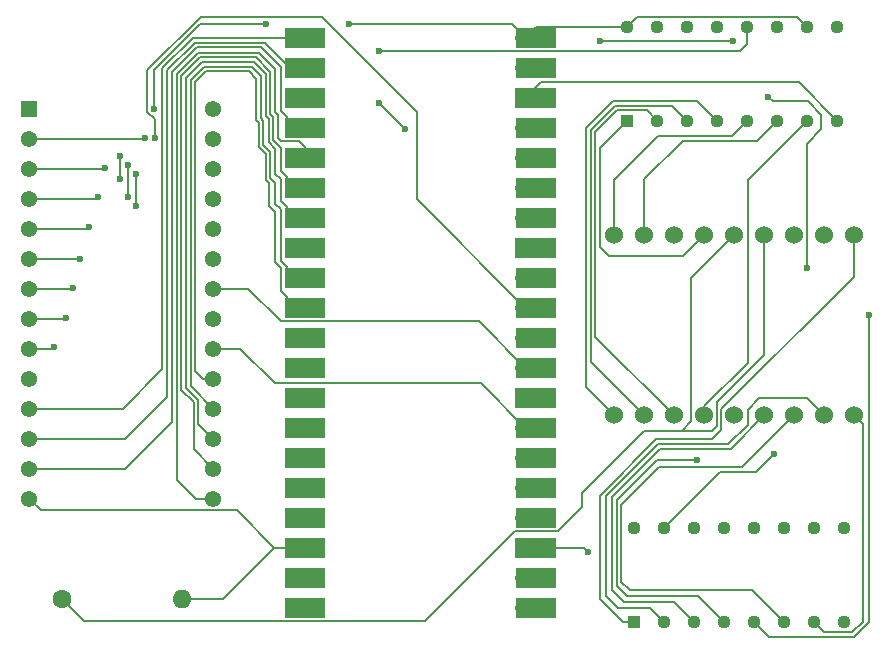
<source format=gbr>
%TF.GenerationSoftware,KiCad,Pcbnew,8.0.0*%
%TF.CreationDate,2025-01-03T13:29:39-06:00*%
%TF.ProjectId,TheGoldfish,54686547-6f6c-4646-9669-73682e6b6963,1*%
%TF.SameCoordinates,Original*%
%TF.FileFunction,Copper,L1,Top*%
%TF.FilePolarity,Positive*%
%FSLAX46Y46*%
G04 Gerber Fmt 4.6, Leading zero omitted, Abs format (unit mm)*
G04 Created by KiCad (PCBNEW 8.0.0) date 2025-01-03 13:29:39*
%MOMM*%
%LPD*%
G01*
G04 APERTURE LIST*
%TA.AperFunction,ComponentPad*%
%ADD10C,1.600000*%
%TD*%
%TA.AperFunction,ComponentPad*%
%ADD11O,1.600000X1.600000*%
%TD*%
%TA.AperFunction,ComponentPad*%
%ADD12R,1.130000X1.130000*%
%TD*%
%TA.AperFunction,ComponentPad*%
%ADD13C,1.130000*%
%TD*%
%TA.AperFunction,ComponentPad*%
%ADD14R,1.378000X1.378000*%
%TD*%
%TA.AperFunction,ComponentPad*%
%ADD15C,1.378000*%
%TD*%
%TA.AperFunction,ComponentPad*%
%ADD16O,1.700000X1.700000*%
%TD*%
%TA.AperFunction,SMDPad,CuDef*%
%ADD17R,3.500000X1.700000*%
%TD*%
%TA.AperFunction,ComponentPad*%
%ADD18R,1.700000X1.700000*%
%TD*%
%TA.AperFunction,ComponentPad*%
%ADD19C,1.524000*%
%TD*%
%TA.AperFunction,ViaPad*%
%ADD20C,0.600000*%
%TD*%
%TA.AperFunction,Conductor*%
%ADD21C,0.200000*%
%TD*%
G04 APERTURE END LIST*
D10*
%TO.P,R1,1*%
%TO.N,Net-(Dual-7-Seg1-GND_{1})*%
X80670000Y-99250000D03*
D11*
%TO.P,R1,2*%
%TO.N,Net-(U2-GND)*%
X90830000Y-99250000D03*
%TD*%
D12*
%TO.P,U3,1,QB*%
%TO.N,Net-(Dual-7-Seg1-B_{1})*%
X128550000Y-58757500D03*
D13*
%TO.P,U3,2,QC*%
%TO.N,Net-(Dual-7-Seg1-C_{1})*%
X131090000Y-58757500D03*
%TO.P,U3,3,QD*%
%TO.N,Net-(Dual-7-Seg1-D_{1})*%
X133630000Y-58757500D03*
%TO.P,U3,4,QE*%
%TO.N,Net-(Dual-7-Seg1-E_{1})*%
X136170000Y-58757500D03*
%TO.P,U3,5,QF*%
%TO.N,Net-(Dual-7-Seg1-F_{1})*%
X138710000Y-58757500D03*
%TO.P,U3,6,QG*%
%TO.N,Net-(Dual-7-Seg1-G_{1})*%
X141250000Y-58757500D03*
%TO.P,U3,7,QH*%
%TO.N,Net-(Dual-7-Seg1-DP_{1})*%
X143790000Y-58757500D03*
%TO.P,U3,8,GND*%
%TO.N,Net-(U2-GND)*%
X146330000Y-58757500D03*
%TO.P,U3,9,QH'*%
%TO.N,Net-(U3-QH')*%
X146330000Y-50817500D03*
%TO.P,U3,10,~{SRCLR}*%
%TO.N,Net-(U1-VBUS)*%
X143790000Y-50817500D03*
%TO.P,U3,11,SRCLK*%
%TO.N,/DATA3*%
X141250000Y-50817500D03*
%TO.P,U3,12,RCLK*%
%TO.N,/DATA1*%
X138710000Y-50817500D03*
%TO.P,U3,13,~{OE}*%
%TO.N,/DATA0*%
X136170000Y-50817500D03*
%TO.P,U3,14,SER*%
%TO.N,/DATA2*%
X133630000Y-50817500D03*
%TO.P,U3,15,QA*%
%TO.N,Net-(Dual-7-Seg1-A_{1})*%
X131090000Y-50817500D03*
%TO.P,U3,16,VCC*%
%TO.N,Net-(U1-VBUS)*%
X128550000Y-50817500D03*
%TD*%
D14*
%TO.P,U2,1*%
%TO.N,N/C*%
X77942500Y-57740000D03*
D15*
%TO.P,U2,2,A12*%
%TO.N,/A12*%
X77942500Y-60280000D03*
%TO.P,U2,3,A7*%
%TO.N,/A7*%
X77942500Y-62820000D03*
%TO.P,U2,4,A6*%
%TO.N,/A6*%
X77942500Y-65360000D03*
%TO.P,U2,5,A5*%
%TO.N,/A5*%
X77942500Y-67900000D03*
%TO.P,U2,6,A4*%
%TO.N,/A4*%
X77942500Y-70440000D03*
%TO.P,U2,7,A3*%
%TO.N,/A3*%
X77942500Y-72980000D03*
%TO.P,U2,8,A2*%
%TO.N,/A2*%
X77942500Y-75520000D03*
%TO.P,U2,9,A1*%
%TO.N,/A1*%
X77942500Y-78060000D03*
%TO.P,U2,10,A0*%
%TO.N,/A0*%
X77942500Y-80600000D03*
%TO.P,U2,11,I/O0*%
%TO.N,/DATA0*%
X77942500Y-83140000D03*
%TO.P,U2,12,I/O1*%
%TO.N,/DATA1*%
X77942500Y-85680000D03*
%TO.P,U2,13,I/O2*%
%TO.N,/DATA2*%
X77942500Y-88220000D03*
%TO.P,U2,14,GND*%
%TO.N,Net-(U2-GND)*%
X77942500Y-90760000D03*
%TO.P,U2,15,I/O3*%
%TO.N,/DATA3*%
X93500000Y-90760000D03*
%TO.P,U2,16,I/O4*%
%TO.N,/DATA4*%
X93500000Y-88220000D03*
%TO.P,U2,17,I/O5*%
%TO.N,/DATA5*%
X93500000Y-85680000D03*
%TO.P,U2,18,I/O6*%
%TO.N,/DATA6*%
X93500000Y-83140000D03*
%TO.P,U2,19,I/O7*%
%TO.N,/DATA7*%
X93500000Y-80600000D03*
%TO.P,U2,20,~{CE}*%
%TO.N,Net-(U1-GPIO21)*%
X93500000Y-78060000D03*
%TO.P,U2,21,A10*%
%TO.N,/A10*%
X93500000Y-75520000D03*
%TO.P,U2,22,~{OE}*%
%TO.N,Net-(U1-GPIO22)*%
X93500000Y-72980000D03*
%TO.P,U2,23,A11*%
%TO.N,/A11*%
X93500000Y-70440000D03*
%TO.P,U2,24,A9*%
%TO.N,/A9*%
X93500000Y-67900000D03*
%TO.P,U2,25,A8*%
%TO.N,/A8*%
X93500000Y-65360000D03*
%TO.P,U2,26*%
%TO.N,N/C*%
X93500000Y-62820000D03*
%TO.P,U2,27,~{WE}*%
%TO.N,Net-(U1-GPIO26_ADC0)*%
X93500000Y-60280000D03*
%TO.P,U2,28,VCC*%
%TO.N,Net-(U1-VBUS)*%
X93500000Y-57740000D03*
%TD*%
D12*
%TO.P,U4,1,QB*%
%TO.N,Net-(Dual-7-Seg1-B_{2})*%
X129110000Y-101197500D03*
D13*
%TO.P,U4,2,QC*%
%TO.N,Net-(Dual-7-Seg1-C_{2})*%
X131650000Y-101197500D03*
%TO.P,U4,3,QD*%
%TO.N,Net-(Dual-7-Seg1-D_{2})*%
X134190000Y-101197500D03*
%TO.P,U4,4,QE*%
%TO.N,Net-(Dual-7-Seg1-E_{2})*%
X136730000Y-101197500D03*
%TO.P,U4,5,QF*%
%TO.N,Net-(Dual-7-Seg1-F_{2})*%
X139270000Y-101197500D03*
%TO.P,U4,6,QG*%
%TO.N,Net-(Dual-7-Seg1-G_{2})*%
X141810000Y-101197500D03*
%TO.P,U4,7,QH*%
%TO.N,Net-(Dual-7-Seg1-DP_{2})*%
X144350000Y-101197500D03*
%TO.P,U4,8,GND*%
%TO.N,Net-(U2-GND)*%
X146890000Y-101197500D03*
%TO.P,U4,9,QH'*%
%TO.N,unconnected-(U4-QH'-Pad9)*%
X146890000Y-93257500D03*
%TO.P,U4,10,~{SRCLR}*%
%TO.N,Net-(U1-VBUS)*%
X144350000Y-93257500D03*
%TO.P,U4,11,SRCLK*%
%TO.N,/DATA3*%
X141810000Y-93257500D03*
%TO.P,U4,12,RCLK*%
%TO.N,Net-(U3-QH')*%
X139270000Y-93257500D03*
%TO.P,U4,13,~{OE}*%
%TO.N,/DATA0*%
X136730000Y-93257500D03*
%TO.P,U4,14,SER*%
%TO.N,/DATA2*%
X134190000Y-93257500D03*
%TO.P,U4,15,QA*%
%TO.N,Net-(Dual-7-Seg1-A_{2})*%
X131650000Y-93257500D03*
%TO.P,U4,16,VCC*%
%TO.N,Net-(U1-VBUS)*%
X129110000Y-93257500D03*
%TD*%
D16*
%TO.P,U1,1,GPIO0*%
%TO.N,/DATA0*%
X102160000Y-51730000D03*
D17*
X101260000Y-51730000D03*
D16*
%TO.P,U1,2,GPIO1*%
%TO.N,/DATA1*%
X102160000Y-54270000D03*
D17*
X101260000Y-54270000D03*
D18*
%TO.P,U1,3,GND*%
%TO.N,Net-(U2-GND)*%
X102160000Y-56810000D03*
D17*
X101260000Y-56810000D03*
D16*
%TO.P,U1,4,GPIO2*%
%TO.N,/DATA2*%
X102160000Y-59350000D03*
D17*
X101260000Y-59350000D03*
D16*
%TO.P,U1,5,GPIO3*%
%TO.N,/DATA3*%
X102160000Y-61890000D03*
D17*
X101260000Y-61890000D03*
D16*
%TO.P,U1,6,GPIO4*%
%TO.N,/DATA4*%
X102160000Y-64430000D03*
D17*
X101260000Y-64430000D03*
D16*
%TO.P,U1,7,GPIO5*%
%TO.N,/DATA5*%
X102160000Y-66970000D03*
D17*
X101260000Y-66970000D03*
D18*
%TO.P,U1,8,GND*%
%TO.N,Net-(U2-GND)*%
X102160000Y-69510000D03*
D17*
X101260000Y-69510000D03*
D16*
%TO.P,U1,9,GPIO6*%
%TO.N,/DATA6*%
X102160000Y-72050000D03*
D17*
X101260000Y-72050000D03*
D16*
%TO.P,U1,10,GPIO7*%
%TO.N,/DATA7*%
X102160000Y-74590000D03*
D17*
X101260000Y-74590000D03*
D16*
%TO.P,U1,11,GPIO8*%
%TO.N,/A0*%
X102160000Y-77130000D03*
D17*
X101260000Y-77130000D03*
D16*
%TO.P,U1,12,GPIO9*%
%TO.N,/A1*%
X102160000Y-79670000D03*
D17*
X101260000Y-79670000D03*
D18*
%TO.P,U1,13,GND*%
%TO.N,unconnected-(U1-GND-Pad13)*%
X102160000Y-82210000D03*
D17*
X101260000Y-82210000D03*
D16*
%TO.P,U1,14,GPIO10*%
%TO.N,/A2*%
X102160000Y-84750000D03*
D17*
X101260000Y-84750000D03*
D16*
%TO.P,U1,15,GPIO11*%
%TO.N,/A3*%
X102160000Y-87290000D03*
D17*
X101260000Y-87290000D03*
D16*
%TO.P,U1,16,GPIO12*%
%TO.N,/A4*%
X102160000Y-89830000D03*
D17*
X101260000Y-89830000D03*
D16*
%TO.P,U1,17,GPIO13*%
%TO.N,/A5*%
X102160000Y-92370000D03*
D17*
X101260000Y-92370000D03*
D18*
%TO.P,U1,18,GND*%
%TO.N,Net-(U2-GND)*%
X102160000Y-94910000D03*
D17*
X101260000Y-94910000D03*
D16*
%TO.P,U1,19,GPIO14*%
%TO.N,/A6*%
X102160000Y-97450000D03*
D17*
X101260000Y-97450000D03*
D16*
%TO.P,U1,20,GPIO15*%
%TO.N,/A7*%
X102160000Y-99990000D03*
D17*
X101260000Y-99990000D03*
D16*
%TO.P,U1,21,GPIO16*%
%TO.N,/A8*%
X119940000Y-99990000D03*
D17*
X120840000Y-99990000D03*
D16*
%TO.P,U1,22,GPIO17*%
%TO.N,/A9*%
X119940000Y-97450000D03*
D17*
X120840000Y-97450000D03*
D18*
%TO.P,U1,23,GND*%
%TO.N,Net-(U2-GND)*%
X119940000Y-94910000D03*
D17*
X120840000Y-94910000D03*
D16*
%TO.P,U1,24,GPIO18*%
%TO.N,/A10*%
X119940000Y-92370000D03*
D17*
X120840000Y-92370000D03*
D16*
%TO.P,U1,25,GPIO19*%
%TO.N,/A11*%
X119940000Y-89830000D03*
D17*
X120840000Y-89830000D03*
D16*
%TO.P,U1,26,GPIO20*%
%TO.N,/A12*%
X119940000Y-87290000D03*
D17*
X120840000Y-87290000D03*
D16*
%TO.P,U1,27,GPIO21*%
%TO.N,Net-(U1-GPIO21)*%
X119940000Y-84750000D03*
D17*
X120840000Y-84750000D03*
D18*
%TO.P,U1,28,GND*%
%TO.N,Net-(U2-GND)*%
X119940000Y-82210000D03*
D17*
X120840000Y-82210000D03*
D16*
%TO.P,U1,29,GPIO22*%
%TO.N,Net-(U1-GPIO22)*%
X119940000Y-79670000D03*
D17*
X120840000Y-79670000D03*
D16*
%TO.P,U1,30,RUN*%
%TO.N,unconnected-(U1-RUN-Pad30)*%
X119940000Y-77130000D03*
D17*
X120840000Y-77130000D03*
D16*
%TO.P,U1,31,GPIO26_ADC0*%
%TO.N,Net-(U1-GPIO26_ADC0)*%
X119940000Y-74590000D03*
D17*
X120840000Y-74590000D03*
D16*
%TO.P,U1,32,GPIO27_ADC1*%
%TO.N,unconnected-(U1-GPIO27_ADC1-Pad32)*%
X119940000Y-72050000D03*
D17*
X120840000Y-72050000D03*
D18*
%TO.P,U1,33,AGND*%
%TO.N,unconnected-(U1-AGND-Pad33)*%
X119940000Y-69510000D03*
D17*
X120840000Y-69510000D03*
D16*
%TO.P,U1,34,GPIO28_ADC2*%
%TO.N,unconnected-(U1-GPIO28_ADC2-Pad34)*%
X119940000Y-66970000D03*
D17*
X120840000Y-66970000D03*
D16*
%TO.P,U1,35,ADC_VREF*%
%TO.N,unconnected-(U1-ADC_VREF-Pad35)*%
X119940000Y-64430000D03*
D17*
X120840000Y-64430000D03*
D16*
%TO.P,U1,36,3V3*%
%TO.N,unconnected-(U1-3V3-Pad36)*%
X119940000Y-61890000D03*
D17*
X120840000Y-61890000D03*
D16*
%TO.P,U1,37,3V3_EN*%
%TO.N,unconnected-(U1-3V3_EN-Pad37)*%
X119940000Y-59350000D03*
D17*
X120840000Y-59350000D03*
D18*
%TO.P,U1,38,GND*%
%TO.N,Net-(U2-GND)*%
X119940000Y-56810000D03*
D17*
X120840000Y-56810000D03*
D16*
%TO.P,U1,39,VSYS*%
%TO.N,unconnected-(U1-VSYS-Pad39)*%
X119940000Y-54270000D03*
D17*
X120840000Y-54270000D03*
D16*
%TO.P,U1,40,VBUS*%
%TO.N,Net-(U1-VBUS)*%
X119940000Y-51730000D03*
D17*
X120840000Y-51730000D03*
%TD*%
D19*
%TO.P,Dual-7-Seg1,1,E_{1}*%
%TO.N,Net-(Dual-7-Seg1-E_{1})*%
X127440000Y-83720000D03*
%TO.P,Dual-7-Seg1,2,D_{1}*%
%TO.N,Net-(Dual-7-Seg1-D_{1})*%
X129980000Y-83720000D03*
%TO.P,Dual-7-Seg1,3,C_{1}*%
%TO.N,Net-(Dual-7-Seg1-C_{1})*%
X132520000Y-83720000D03*
%TO.P,Dual-7-Seg1,4,DP_{1}*%
%TO.N,Net-(Dual-7-Seg1-DP_{1})*%
X135060000Y-83720000D03*
%TO.P,Dual-7-Seg1,5,E_{2}*%
%TO.N,Net-(Dual-7-Seg1-E_{2})*%
X137600000Y-83720000D03*
%TO.P,Dual-7-Seg1,6,D_{2}*%
%TO.N,Net-(Dual-7-Seg1-D_{2})*%
X140140000Y-83720000D03*
%TO.P,Dual-7-Seg1,7,G_{2}*%
%TO.N,Net-(Dual-7-Seg1-G_{2})*%
X142680000Y-83720000D03*
%TO.P,Dual-7-Seg1,8,C_{2}*%
%TO.N,Net-(Dual-7-Seg1-C_{2})*%
X145220000Y-83720000D03*
%TO.P,Dual-7-Seg1,9,DP_{2}*%
%TO.N,Net-(Dual-7-Seg1-DP_{2})*%
X147760000Y-83720000D03*
%TO.P,Dual-7-Seg1,10,B_{2}*%
%TO.N,Net-(Dual-7-Seg1-B_{2})*%
X147760000Y-68480000D03*
%TO.P,Dual-7-Seg1,11,A_{2}*%
%TO.N,Net-(Dual-7-Seg1-A_{2})*%
X145220000Y-68480000D03*
%TO.P,Dual-7-Seg1,12,F_{2}*%
%TO.N,Net-(Dual-7-Seg1-F_{2})*%
X142680000Y-68480000D03*
%TO.P,Dual-7-Seg1,13,GND_{2}*%
%TO.N,Net-(Dual-7-Seg1-GND_{1})*%
X140140000Y-68480000D03*
%TO.P,Dual-7-Seg1,14,GND_{1}*%
X137600000Y-68480000D03*
%TO.P,Dual-7-Seg1,15,B_{1}*%
%TO.N,Net-(Dual-7-Seg1-B_{1})*%
X135060000Y-68480000D03*
%TO.P,Dual-7-Seg1,16,A_{1}*%
%TO.N,Net-(Dual-7-Seg1-A_{1})*%
X132520000Y-68480000D03*
%TO.P,Dual-7-Seg1,17,G_{1}*%
%TO.N,Net-(Dual-7-Seg1-G_{1})*%
X129980000Y-68480000D03*
%TO.P,Dual-7-Seg1,18,F_{1}*%
%TO.N,Net-(Dual-7-Seg1-F_{1})*%
X127440000Y-68480000D03*
%TD*%
D20*
%TO.N,Net-(U1-VBUS)*%
X98000000Y-50580000D03*
X105019942Y-50569404D03*
X88500000Y-57750000D03*
%TO.N,Net-(U2-GND)*%
X125250000Y-95250000D03*
X107500000Y-57250000D03*
X109750000Y-59500000D03*
%TO.N,Net-(Dual-7-Seg1-A_{2})*%
X141000000Y-87000000D03*
%TO.N,Net-(Dual-7-Seg1-E_{2})*%
X134500000Y-87500000D03*
%TO.N,Net-(Dual-7-Seg1-F_{2})*%
X149000000Y-75250000D03*
%TO.N,/DATA1*%
X107510172Y-52894395D03*
%TO.N,/DATA3*%
X143750000Y-71250000D03*
X137500000Y-52000000D03*
X126250000Y-52000000D03*
X140500000Y-56750000D03*
%TO.N,/A1*%
X80000000Y-77957500D03*
%TO.N,/A5*%
X83000000Y-67750000D03*
%TO.N,/A12*%
X87750000Y-60250000D03*
%TO.N,/A7*%
X84350000Y-62750000D03*
%TO.N,/A3*%
X81600000Y-72957500D03*
%TO.N,/A11*%
X87000000Y-66000000D03*
X87000000Y-63250000D03*
%TO.N,/A9*%
X85600000Y-61775001D03*
X85575735Y-63674265D03*
%TO.N,/A10*%
X86250000Y-65250000D03*
X86250000Y-62500000D03*
%TO.N,/A2*%
X81000000Y-75457500D03*
%TO.N,/A4*%
X82250000Y-70500000D03*
%TO.N,/A6*%
X83750000Y-65250000D03*
%TO.N,Net-(U1-GPIO26_ADC0)*%
X88550003Y-60250000D03*
%TD*%
D21*
%TO.N,Net-(U1-VBUS)*%
X142925000Y-49952500D02*
X143790000Y-50817500D01*
X105019942Y-50569404D02*
X118779404Y-50569404D01*
X120852500Y-50817500D02*
X128550000Y-50817500D01*
X98000000Y-50580000D02*
X92394514Y-50580000D01*
X92394514Y-50580000D02*
X88500000Y-54474514D01*
X88500000Y-54474514D02*
X88500000Y-57750000D01*
X119940000Y-51730000D02*
X120852500Y-50817500D01*
X129415000Y-49952500D02*
X142925000Y-49952500D01*
X118779404Y-50569404D02*
X119940000Y-51730000D01*
X128550000Y-50817500D02*
X129415000Y-49952500D01*
%TO.N,Net-(U2-GND)*%
X94320000Y-99250000D02*
X90830000Y-99250000D01*
X124910000Y-94910000D02*
X119940000Y-94910000D01*
X95499000Y-91749000D02*
X98660000Y-94910000D01*
X78931500Y-91749000D02*
X95499000Y-91749000D01*
X98660000Y-94910000D02*
X94320000Y-99250000D01*
X98660000Y-94910000D02*
X102160000Y-94910000D01*
X119940000Y-56810000D02*
X121250000Y-55500000D01*
X107500000Y-57250000D02*
X109750000Y-59500000D01*
X77942500Y-90760000D02*
X78931500Y-91749000D01*
X125250000Y-95250000D02*
X124910000Y-94910000D01*
X143072500Y-55500000D02*
X146330000Y-58757500D01*
X121250000Y-55500000D02*
X143072500Y-55500000D01*
%TO.N,Net-(Dual-7-Seg1-A_{2})*%
X139500000Y-88500000D02*
X141000000Y-87000000D01*
X136407500Y-88500000D02*
X139500000Y-88500000D01*
X131650000Y-93257500D02*
X136407500Y-88500000D01*
%TO.N,Net-(Dual-7-Seg1-F_{1})*%
X131188407Y-60061593D02*
X127440000Y-63810000D01*
X138710000Y-58757500D02*
X137405907Y-60061593D01*
X127440000Y-63810000D02*
X127440000Y-68480000D01*
X137405907Y-60061593D02*
X131188407Y-60061593D01*
%TO.N,Net-(Dual-7-Seg1-B_{2})*%
X136538000Y-84962000D02*
X136538000Y-83212000D01*
X129110000Y-101197500D02*
X128197500Y-101197500D01*
X136538000Y-83212000D02*
X147760000Y-71990000D01*
X147760000Y-71990000D02*
X147760000Y-68480000D01*
X126250000Y-99250000D02*
X126250000Y-90500000D01*
X135750000Y-85750000D02*
X136538000Y-84962000D01*
X126250000Y-90500000D02*
X131000000Y-85750000D01*
X131000000Y-85750000D02*
X135750000Y-85750000D01*
X128197500Y-101197500D02*
X126250000Y-99250000D01*
%TO.N,Net-(Dual-7-Seg1-E_{2})*%
X134532500Y-99000000D02*
X128500000Y-99000000D01*
X128500000Y-99000000D02*
X127650000Y-98150000D01*
X127650000Y-98150000D02*
X127650000Y-90900000D01*
X136730000Y-101197500D02*
X134532500Y-99000000D01*
X131050000Y-87500000D02*
X134500000Y-87500000D01*
X127650000Y-90900000D02*
X131050000Y-87500000D01*
%TO.N,Net-(Dual-7-Seg1-G_{2})*%
X138300000Y-88100000D02*
X142680000Y-83720000D01*
X139112500Y-98500000D02*
X128750000Y-98500000D01*
X141810000Y-101197500D02*
X139112500Y-98500000D01*
X128050000Y-91300000D02*
X131250000Y-88100000D01*
X128750000Y-98500000D02*
X128050000Y-97800000D01*
X131250000Y-88100000D02*
X138300000Y-88100000D01*
X128050000Y-97800000D02*
X128050000Y-91300000D01*
%TO.N,Net-(Dual-7-Seg1-DP_{1})*%
X143790000Y-58757500D02*
X138750000Y-63797500D01*
X135060000Y-82940000D02*
X135060000Y-83720000D01*
X138750000Y-63797500D02*
X138750000Y-79250000D01*
X138750000Y-79250000D02*
X135060000Y-82940000D01*
%TO.N,Net-(Dual-7-Seg1-GND_{1})*%
X133998000Y-84159895D02*
X133998000Y-72082000D01*
X124750000Y-90250000D02*
X130000000Y-85000000D01*
X130000000Y-85000000D02*
X133157895Y-85000000D01*
X124750000Y-91500000D02*
X124750000Y-90250000D01*
X136138000Y-84612000D02*
X136138000Y-82612000D01*
X122730000Y-93520000D02*
X124750000Y-91500000D01*
X135750000Y-85000000D02*
X136138000Y-84612000D01*
X140140000Y-78610000D02*
X140140000Y-68480000D01*
X119030000Y-93520000D02*
X122730000Y-93520000D01*
X133157895Y-85000000D02*
X135750000Y-85000000D01*
X111410000Y-101140000D02*
X119030000Y-93520000D01*
X80670000Y-99250000D02*
X82560000Y-101140000D01*
X133998000Y-72082000D02*
X137600000Y-68480000D01*
X82560000Y-101140000D02*
X111410000Y-101140000D01*
X136138000Y-82612000D02*
X140140000Y-78610000D01*
X133157895Y-85000000D02*
X133998000Y-84159895D01*
%TO.N,Net-(Dual-7-Seg1-DP_{2})*%
X148500000Y-84460000D02*
X147760000Y-83720000D01*
X144350000Y-101197500D02*
X145215000Y-102062500D01*
X148500000Y-101184314D02*
X148500000Y-84460000D01*
X147621814Y-102062500D02*
X148500000Y-101184314D01*
X145215000Y-102062500D02*
X147621814Y-102062500D01*
%TO.N,Net-(Dual-7-Seg1-E_{1})*%
X136170000Y-58757500D02*
X134505000Y-57092500D01*
X127341814Y-57092500D02*
X125050000Y-59384315D01*
X125050000Y-59384315D02*
X125050000Y-81330000D01*
X134505000Y-57092500D02*
X127341814Y-57092500D01*
X125050000Y-81330000D02*
X127440000Y-83720000D01*
%TO.N,Net-(Dual-7-Seg1-C_{2})*%
X137100000Y-86150000D02*
X138750000Y-84500000D01*
X126750000Y-90565686D02*
X131165686Y-86150000D01*
X131650000Y-101197500D02*
X130452500Y-100000000D01*
X131165686Y-86150000D02*
X137100000Y-86150000D01*
X138750000Y-84500000D02*
X138750000Y-83250000D01*
X130452500Y-100000000D02*
X127750000Y-100000000D01*
X138750000Y-83250000D02*
X139750000Y-82250000D01*
X127750000Y-100000000D02*
X126750000Y-99000000D01*
X126750000Y-99000000D02*
X126750000Y-90565686D01*
X143750000Y-82250000D02*
X145220000Y-83720000D01*
X139750000Y-82250000D02*
X143750000Y-82250000D01*
%TO.N,Net-(Dual-7-Seg1-B_{1})*%
X126250000Y-69500000D02*
X127000000Y-70250000D01*
X128550000Y-58757500D02*
X126250000Y-61057500D01*
X127000000Y-70250000D02*
X133290000Y-70250000D01*
X133290000Y-70250000D02*
X135060000Y-68480000D01*
X126250000Y-61057500D02*
X126250000Y-69500000D01*
%TO.N,Net-(Dual-7-Seg1-D_{2})*%
X134190000Y-101197500D02*
X132492500Y-99500000D01*
X127250000Y-98500000D02*
X127250000Y-90631372D01*
X131331372Y-86550000D02*
X137310000Y-86550000D01*
X132492500Y-99500000D02*
X128250000Y-99500000D01*
X127250000Y-90631372D02*
X131331372Y-86550000D01*
X128250000Y-99500000D02*
X127250000Y-98500000D01*
X137310000Y-86550000D02*
X140140000Y-83720000D01*
%TO.N,Net-(Dual-7-Seg1-D_{1})*%
X132365000Y-57492500D02*
X127507500Y-57492500D01*
X125450000Y-79190000D02*
X129980000Y-83720000D01*
X125450000Y-59550000D02*
X125450000Y-79190000D01*
X127507500Y-57492500D02*
X125450000Y-59550000D01*
X133630000Y-58757500D02*
X132365000Y-57492500D01*
%TO.N,Net-(Dual-7-Seg1-F_{2})*%
X140572500Y-102500000D02*
X147000000Y-102500000D01*
X147750000Y-102500000D02*
X149000000Y-101250000D01*
X139270000Y-101197500D02*
X140572500Y-102500000D01*
X149000000Y-101250000D02*
X149000000Y-75250000D01*
X147000000Y-102500000D02*
X147750000Y-102500000D01*
%TO.N,Net-(Dual-7-Seg1-G_{1})*%
X139545907Y-60461593D02*
X133250000Y-60461593D01*
X129980000Y-63731593D02*
X129980000Y-68480000D01*
X133250000Y-60461593D02*
X129980000Y-63731593D01*
X141250000Y-58757500D02*
X139545907Y-60461593D01*
%TO.N,/DATA6*%
X98750000Y-64000000D02*
X98350000Y-63600000D01*
X92734314Y-54200000D02*
X91600000Y-55334314D01*
X98350000Y-63600000D02*
X98350000Y-61400000D01*
X96750000Y-54200000D02*
X92734314Y-54200000D01*
X91600000Y-55334314D02*
X91600000Y-81240000D01*
X97550000Y-58562741D02*
X97550000Y-55000000D01*
X99210000Y-66250000D02*
X98750000Y-65790000D01*
X100600000Y-72050000D02*
X99210000Y-70660000D01*
X97750000Y-60800000D02*
X97750000Y-58762741D01*
X91600000Y-81240000D02*
X93500000Y-83140000D01*
X97550000Y-55000000D02*
X96750000Y-54200000D01*
X98350000Y-61400000D02*
X97750000Y-60800000D01*
X97750000Y-58762741D02*
X97550000Y-58562741D01*
X102160000Y-72050000D02*
X100600000Y-72050000D01*
X98750000Y-65790000D02*
X98750000Y-64000000D01*
X99210000Y-70660000D02*
X99210000Y-66250000D01*
%TO.N,/DATA0*%
X85860000Y-83140000D02*
X89200000Y-79800000D01*
X77942500Y-83140000D02*
X85860000Y-83140000D01*
X89200000Y-54340199D02*
X91810199Y-51730000D01*
X89200000Y-79800000D02*
X89200000Y-54340199D01*
X91810199Y-51730000D02*
X102160000Y-51730000D01*
%TO.N,/DATA2*%
X90000000Y-54671571D02*
X92121571Y-52550000D01*
X97510000Y-52550000D02*
X99210000Y-54250000D01*
X99210000Y-57960000D02*
X100600000Y-59350000D01*
X86030000Y-88220000D02*
X90000000Y-84250000D01*
X100600000Y-59350000D02*
X102160000Y-59350000D01*
X92121571Y-52550000D02*
X97510000Y-52550000D01*
X99210000Y-54250000D02*
X99210000Y-57960000D01*
X90000000Y-84250000D02*
X90000000Y-54671571D01*
X77942500Y-88220000D02*
X86030000Y-88220000D01*
%TO.N,/DATA1*%
X89600000Y-82150000D02*
X89600000Y-54505885D01*
X91955886Y-52150000D02*
X97900000Y-52150000D01*
X77942500Y-85680000D02*
X86070000Y-85680000D01*
X138105605Y-52894395D02*
X138710000Y-52290000D01*
X97900000Y-52150000D02*
X100020000Y-54270000D01*
X107510172Y-52894395D02*
X138105605Y-52894395D01*
X100020000Y-54270000D02*
X102160000Y-54270000D01*
X89600000Y-54505885D02*
X91955886Y-52150000D01*
X138710000Y-52290000D02*
X138710000Y-50817500D01*
X86070000Y-85680000D02*
X89600000Y-82150000D01*
%TO.N,/DATA4*%
X98600000Y-58481372D02*
X98600000Y-60415685D01*
X93500000Y-88220000D02*
X91850000Y-86570000D01*
X91850000Y-86570000D02*
X91850000Y-82621372D01*
X92402943Y-53400000D02*
X97100000Y-53400000D01*
X99210000Y-63040000D02*
X100600000Y-64430000D01*
X90800000Y-81571371D02*
X90800000Y-55002943D01*
X100600000Y-64430000D02*
X102160000Y-64430000D01*
X97100000Y-53400000D02*
X98350000Y-54650000D01*
X90800000Y-55002943D02*
X92402943Y-53400000D01*
X99210000Y-61000000D02*
X99210000Y-63040000D01*
X99184315Y-61000000D02*
X99210000Y-61000000D01*
X91850000Y-82621372D02*
X90800000Y-81571371D01*
X98350000Y-54650000D02*
X98350000Y-58231371D01*
X98350000Y-58231371D02*
X98600000Y-58481372D01*
X98600000Y-60415685D02*
X99184315Y-61000000D01*
%TO.N,/DATA3*%
X143750000Y-60750000D02*
X145000000Y-59500000D01*
X145000000Y-58250000D02*
X143872102Y-57122102D01*
X99000000Y-58315686D02*
X99000000Y-60250000D01*
X97394314Y-53000000D02*
X98750000Y-54355686D01*
X99000000Y-60250000D02*
X99250000Y-60500000D01*
X90400000Y-89150000D02*
X90400000Y-54837257D01*
X92010000Y-90760000D02*
X90400000Y-89150000D01*
X93500000Y-90760000D02*
X92010000Y-90760000D01*
X143377898Y-57122102D02*
X140872102Y-57122102D01*
X92237258Y-53000000D02*
X97394314Y-53000000D01*
X90400000Y-54837257D02*
X92237258Y-53000000D01*
X98750000Y-54355686D02*
X98750000Y-58065686D01*
X140872102Y-57122102D02*
X140500000Y-56750000D01*
X99250000Y-60500000D02*
X100770000Y-60500000D01*
X98750000Y-58065686D02*
X99000000Y-58315686D01*
X143872102Y-57122102D02*
X143377898Y-57122102D01*
X126250000Y-52000000D02*
X137500000Y-52000000D01*
X145000000Y-59500000D02*
X145000000Y-58250000D01*
X100770000Y-60500000D02*
X102160000Y-61890000D01*
X143750000Y-71250000D02*
X143750000Y-60750000D01*
%TO.N,/DATA7*%
X92900000Y-54600000D02*
X92000000Y-55500000D01*
X92600000Y-80600000D02*
X93500000Y-80600000D01*
X92000000Y-55500000D02*
X92000000Y-80000000D01*
X92000000Y-80000000D02*
X92600000Y-80600000D01*
X100600000Y-74590000D02*
X99210000Y-73200000D01*
X97350000Y-60965685D02*
X97350000Y-58928427D01*
X102160000Y-74590000D02*
X100600000Y-74590000D01*
X96500000Y-54600000D02*
X92900000Y-54600000D01*
X99210000Y-71225686D02*
X98750000Y-70765685D01*
X97950000Y-63765685D02*
X97950000Y-61565686D01*
X97350000Y-58928427D02*
X97150000Y-58728426D01*
X98217157Y-64032843D02*
X97950000Y-63765685D01*
X97150000Y-55250000D02*
X96500000Y-54600000D01*
X97150000Y-58728426D02*
X97150000Y-55250000D01*
X98750000Y-70765685D02*
X98750000Y-66500000D01*
X97950000Y-61565686D02*
X97350000Y-60965685D01*
X99210000Y-73200000D02*
X99210000Y-71225686D01*
X98750000Y-66500000D02*
X98217157Y-65967157D01*
X98217157Y-65967157D02*
X98217157Y-64032843D01*
%TO.N,/DATA5*%
X91200000Y-81405686D02*
X92250000Y-82455686D01*
X102160000Y-66970000D02*
X100600000Y-66970000D01*
X91200000Y-55168629D02*
X91200000Y-81405686D01*
X98750000Y-63250000D02*
X98750000Y-61131371D01*
X99210000Y-63710000D02*
X98750000Y-63250000D01*
X97950000Y-54815686D02*
X96934314Y-53800000D01*
X97950000Y-58397056D02*
X97950000Y-54815686D01*
X98200000Y-60581370D02*
X98200000Y-58647057D01*
X100600000Y-66970000D02*
X99210000Y-65580000D01*
X98200000Y-58647057D02*
X97950000Y-58397056D01*
X92250000Y-84430000D02*
X93500000Y-85680000D01*
X98750000Y-61131371D02*
X98200000Y-60581370D01*
X99210000Y-65580000D02*
X99210000Y-63710000D01*
X92568628Y-53800000D02*
X91200000Y-55168629D01*
X92250000Y-82455686D02*
X92250000Y-84430000D01*
X96934314Y-53800000D02*
X92568628Y-53800000D01*
%TO.N,/A1*%
X79897500Y-78060000D02*
X77942500Y-78060000D01*
X80000000Y-77957500D02*
X79897500Y-78060000D01*
%TO.N,/A5*%
X83000000Y-67750000D02*
X82850000Y-67900000D01*
X82850000Y-67900000D02*
X77942500Y-67900000D01*
%TO.N,/A12*%
X87750000Y-60250000D02*
X87500000Y-60250000D01*
X87500000Y-60250000D02*
X87470000Y-60280000D01*
X87470000Y-60280000D02*
X77942500Y-60280000D01*
%TO.N,/A7*%
X84350000Y-62750000D02*
X84280000Y-62820000D01*
X84280000Y-62820000D02*
X77942500Y-62820000D01*
%TO.N,/A3*%
X81577500Y-72980000D02*
X77942500Y-72980000D01*
X81600000Y-72957500D02*
X81577500Y-72980000D01*
%TO.N,/A11*%
X87000000Y-66000000D02*
X87000000Y-63250000D01*
%TO.N,/A9*%
X85600000Y-63650000D02*
X85575735Y-63674265D01*
X85600000Y-61775001D02*
X85600000Y-63650000D01*
%TO.N,/A10*%
X86250000Y-62500000D02*
X86250000Y-65250000D01*
%TO.N,/A2*%
X80937500Y-75520000D02*
X77942500Y-75520000D01*
X81000000Y-75457500D02*
X80937500Y-75520000D01*
%TO.N,/A4*%
X81940000Y-70440000D02*
X77942500Y-70440000D01*
X82000000Y-70500000D02*
X81940000Y-70440000D01*
X82250000Y-70500000D02*
X82000000Y-70500000D01*
%TO.N,/A6*%
X83640000Y-65360000D02*
X77942500Y-65360000D01*
X83750000Y-65250000D02*
X83640000Y-65360000D01*
%TO.N,Net-(U1-GPIO26_ADC0)*%
X87900000Y-54508828D02*
X92428828Y-49980000D01*
X110750000Y-58020000D02*
X110750000Y-65400000D01*
X88550003Y-60250000D02*
X88550003Y-58648532D01*
X87900000Y-57998529D02*
X87900000Y-54508828D01*
X88550003Y-58648532D02*
X87900000Y-57998529D01*
X110750000Y-65400000D02*
X119940000Y-74590000D01*
X92428828Y-49980000D02*
X102710000Y-49980000D01*
X102710000Y-49980000D02*
X110750000Y-58020000D01*
%TO.N,Net-(U1-GPIO21)*%
X98750000Y-81000000D02*
X116190000Y-81000000D01*
X116190000Y-81000000D02*
X119940000Y-84750000D01*
X93500000Y-78060000D02*
X95810000Y-78060000D01*
X95810000Y-78060000D02*
X98750000Y-81000000D01*
%TO.N,Net-(U1-GPIO22)*%
X99240000Y-75740000D02*
X116010000Y-75740000D01*
X93500000Y-72980000D02*
X96480000Y-72980000D01*
X116010000Y-75740000D02*
X119940000Y-79670000D01*
X96480000Y-72980000D02*
X99240000Y-75740000D01*
%TO.N,Net-(Dual-7-Seg1-C_{1})*%
X130225000Y-57892500D02*
X127685000Y-57892500D01*
X131090000Y-58757500D02*
X130225000Y-57892500D01*
X127685000Y-57892500D02*
X125850000Y-59727500D01*
X125850000Y-77050000D02*
X132520000Y-83720000D01*
X125850000Y-59727500D02*
X125850000Y-77050000D01*
%TD*%
M02*

</source>
